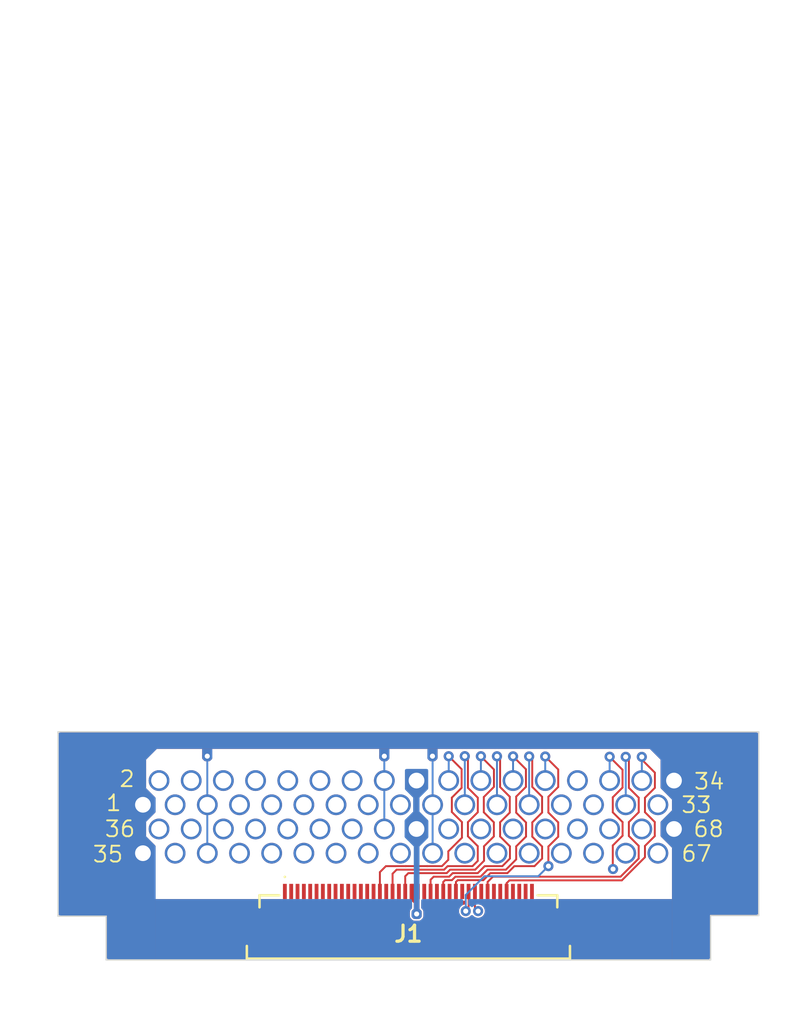
<source format=kicad_pcb>
(kicad_pcb (version 20221018) (generator pcbnew)
  (layers (0 "F.Cu" signal) (31 "B.Cu" signal) (34 "B.Paste" user) (35 "F.Paste" user) (36 "B.SilkS" user "B.Silkscreen") (37 "F.SilkS" user "F.Silkscreen") (38 "B.Mask" user) (39 "F.Mask" user) (44 "Edge.Cuts" user))
  (net 0 "")
  (net 1 "GND")
  (net 3 "CS0")
  (net 4 "SD0")
  (net 5 "SD2")
  (net 6 "SD4")
  (net 7 "SD6")
  (net 12 "SA0")
  (net 13 "SA2")
  (net 15 "+3.5V")
  (net 16 "SA4")
  (net 17 "SA6")
  (net 18 "SA8")
  (net 19 "SA10")
  (net 20 "SA12")
  (net 21 "SA14")
  (net 22 "SA16")
  (net 26 "SRD")
  (net 27 "CS5")
  (net 28 "SYSCK")
  (net 29 "BCK")
  (net 31 "IRQ10")
  (net 33 "SD1")
  (net 34 "SD3")
  (net 35 "SD5")
  (net 36 "SD7")
  (net 41 "SA1")
  (net 42 "SA3")
  (net 44 "SA5")
  (net 45 "SA7")
  (net 46 "SA9")
  (net 47 "SA11")
  (net 48 "SA13")
  (net 49 "SA15")
  (net 54 "SWR0")
  (net 55 "IRQ2")
  (net 56 "LRCK")
  (net 57 "SDAT")
  (net 58 "RST")
  (footprint "62684-402100ALF:62684402100ALF" (layer "F.Cu") (at 149.45 129.85)
    (fp_text reference "J1" (at 0 0.7) (layer "F.SilkS") (effects (font (size 1.27 1.27) (thickness 0.254))))
    (fp_text value "62684-402100ALF" hide)
    (fp_line (start -12.75 1.65) (end -12.75 2.65) (stroke (width 0.2)) (layer "F.SilkS"))
    (fp_line (start -12.75 2.65) (end 12.75 2.65) (stroke (width 0.2)) (layer "F.SilkS"))
    (fp_line (start -11.75 -2.35) (end -11.75 -1.4) (stroke (width 0.2)) (layer "F.SilkS"))
    (fp_line (start -10.2 -2.35) (end -11.75 -2.35) (stroke (width 0.2)) (layer "F.SilkS"))
    (fp_line (start -9.8 -3.8) (end -9.8 -3.8) (stroke (width 0.1)) (layer "F.SilkS"))
    (fp_line (start -9.7 -3.8) (end -9.7 -3.8) (stroke (width 0.1)) (layer "F.SilkS"))
    (fp_line (start 10.2 -2.35) (end 11.75 -2.35) (stroke (width 0.2)) (layer "F.SilkS"))
    (fp_line (start 11.75 -2.35) (end 11.75 -1.4) (stroke (width 0.2)) (layer "F.SilkS"))
    (fp_line (start 12.75 2.65) (end 12.75 1.65) (stroke (width 0.2)) (layer "F.SilkS"))
    (fp_arc (start -9.8 -3.8) (mid -9.75 -3.85) (end -9.7 -3.8) (stroke (width 0.1)) (layer "F.SilkS"))
    (fp_arc (start -9.7 -3.8) (mid -9.75 -3.75) (end -9.8 -3.8) (stroke (width 0.1)) (layer "F.SilkS"))
    (pad "1" smd rect (at -9.75 -2.65) (size 0.3 1.2) (layers "F.Cu" "F.Paste" "F.Mask") (net 58 "RST"))
    (pad "2" smd rect (at -9.25 -2.65) (size 0.3 1.2) (layers "F.Cu" "F.Paste" "F.Mask") (net 31 "IRQ10"))
    (pad "3" smd rect (at -8.75 -2.65) (size 0.3 1.2) (layers "F.Cu" "F.Paste" "F.Mask") (net 3 "CS0"))
    (pad "4" smd rect (at -8.25 -2.65) (size 0.3 1.2) (layers "F.Cu" "F.Paste" "F.Mask") (net 4 "SD0"))
    (pad "5" smd rect (at -7.75 -2.65) (size 0.3 1.2) (layers "F.Cu" "F.Paste" "F.Mask") (net 33 "SD1"))
    (pad "6" smd rect (at -7.25 -2.65) (size 0.3 1.2) (layers "F.Cu" "F.Paste" "F.Mask") (net 5 "SD2"))
    (pad "7" smd rect (at -6.75 -2.65) (size 0.3 1.2) (layers "F.Cu" "F.Paste" "F.Mask") (net 34 "SD3"))
    (pad "8" smd rect (at -6.25 -2.65) (size 0.3 1.2) (layers "F.Cu" "F.Paste" "F.Mask") (net 6 "SD4"))
    (pad "9" smd rect (at -5.75 -2.65) (size 0.3 1.2) (layers "F.Cu" "F.Paste" "F.Mask") (net 35 "SD5"))
    (pad "10" smd rect (at -5.25 -2.65) (size 0.3 1.2) (layers "F.Cu" "F.Paste" "F.Mask") (net 7 "SD6"))
    (pad "11" smd rect (at -4.75 -2.65) (size 0.3 1.2) (layers "F.Cu" "F.Paste" "F.Mask") (net 36 "SD7"))
    (pad "12" smd rect (at -4.25 -2.65) (size 0.3 1.2) (layers "F.Cu" "F.Paste" "F.Mask") (net 12 "SA0"))
    (pad "13" smd rect (at -3.75 -2.65) (size 0.3 1.2) (layers "F.Cu" "F.Paste" "F.Mask") (net 41 "SA1"))
    (pad "14" smd rect (at -3.25 -2.65) (size 0.3 1.2) (layers "F.Cu" "F.Paste" "F.Mask") (net 13 "SA2"))
    (pad "15" smd rect (at -2.75 -2.65) (size 0.3 1.2) (layers "F.Cu" "F.Paste" "F.Mask") (net 42 "SA3"))
    (pad "16" smd rect (at -2.25 -2.65) (size 0.3 1.2) (layers "F.Cu" "F.Paste" "F.Mask") (net 16 "SA4"))
    (pad "17" smd rect (at -1.75 -2.65) (size 0.3 1.2) (layers "F.Cu" "F.Paste" "F.Mask") (net 44 "SA5"))
    (pad "18" smd rect (at -1.25 -2.65) (size 0.3 1.2) (layers "F.Cu" "F.Paste" "F.Mask") (net 17 "SA6"))
    (pad "19" smd rect (at -0.75 -2.65) (size 0.3 1.2) (layers "F.Cu" "F.Paste" "F.Mask") (net 45 "SA7"))
    (pad "20" smd rect (at -0.25 -2.65) (size 0.3 1.2) (layers "F.Cu" "F.Paste" "F.Mask") (net 18 "SA8"))
    (pad "21" smd rect (at 0.25 -2.65) (size 0.3 1.2) (layers "F.Cu" "F.Paste" "F.Mask") (net 15 "+3.5V"))
    (pad "22" smd rect (at 0.75 -2.65) (size 0.3 1.2) (layers "F.Cu" "F.Paste" "F.Mask") (net 15 "+3.5V"))
    (pad "23" smd rect (at 1.25 -2.65) (size 0.3 1.2) (layers "F.Cu" "F.Paste" "F.Mask") (net 46 "SA9"))
    (pad "24" smd rect (at 1.75 -2.65) (size 0.3 1.2) (layers "F.Cu" "F.Paste" "F.Mask") (net 19 "SA10"))
    (pad "25" smd rect (at 2.25 -2.65) (size 0.3 1.2) (layers "F.Cu" "F.Paste" "F.Mask") (net 47 "SA11"))
    (pad "26" smd rect (at 2.75 -2.65) (size 0.3 1.2) (layers "F.Cu" "F.Paste" "F.Mask") (net 20 "SA12"))
    (pad "27" smd rect (at 3.25 -2.65) (size 0.3 1.2) (layers "F.Cu" "F.Paste" "F.Mask") (net 48 "SA13"))
    (pad "28" smd rect (at 3.75 -2.65) (size 0.3 1.2) (layers "F.Cu" "F.Paste" "F.Mask") (net 21 "SA14"))
    (pad "29" smd rect (at 4.25 -2.65) (size 0.3 1.2) (layers "F.Cu" "F.Paste" "F.Mask") (net 49 "SA15"))
    (pad "30" smd rect (at 4.75 -2.65) (size 0.3 1.2) (layers "F.Cu" "F.Paste" "F.Mask") (net 22 "SA16"))
    (pad "31" smd rect (at 5.25 -2.65) (size 0.3 1.2) (layers "F.Cu" "F.Paste" "F.Mask") (net 26 "SRD"))
    (pad "32" smd rect (at 5.75 -2.65) (size 0.3 1.2) (layers "F.Cu" "F.Paste" "F.Mask") (net 54 "SWR0"))
    (pad "33" smd rect (at 6.25 -2.65) (size 0.3 1.2) (layers "F.Cu" "F.Paste" "F.Mask") (net 27 "CS5"))
    (pad "34" smd rect (at 6.75 -2.65) (size 0.3 1.2) (layers "F.Cu" "F.Paste" "F.Mask") (net 55 "IRQ2"))
    (pad "35" smd rect (at 7.25 -2.65) (size 0.3 1.2) (layers "F.Cu" "F.Paste" "F.Mask") (net 1 "GND"))
    (pad "36" smd rect (at 7.75 -2.65) (size 0.3 1.2) (layers "F.Cu" "F.Paste" "F.Mask") (net 28 "SYSCK"))
    (pad "37" smd rect (at 8.25 -2.65) (size 0.3 1.2) (layers "F.Cu" "F.Paste" "F.Mask") (net 1 "GND"))
    (pad "38" smd rect (at 8.75 -2.65) (size 0.3 1.2) (layers "F.Cu" "F.Paste" "F.Mask") (net 56 "LRCK"))
    (pad "39" smd rect (at 9.25 -2.65) (size 0.3 1.2) (layers "F.Cu" "F.Paste" "F.Mask") (net 29 "BCK"))
    (pad "40" smd rect (at 9.75 -2.65) (size 0.3 1.2) (layers "F.Cu" "F.Paste" "F.Mask") (net 57 "SDAT"))
    (pad "MH1" smd rect (at -11.85 0.05) (size 2.4 2.4) (layers "F.Cu" "F.Paste" "F.Mask") (net 1 "GND"))
    (pad "MH2" smd rect (at 11.85 0.05) (size 2.4 2.4) (layers "F.Cu" "F.Paste" "F.Mask") (net 1 "GND"))
  )
  (footprint "Conn_04x17_PSX_PIO:Conn_04x17_PSX_PIO" (layer "F.Cu") (at 150.09 121.31)
    (fp_text reference "U1" hide)
    (fp_text value "Conn_04x17_PSX_PIO")
    (pad "1" thru_hole circle (at -21.59 -0.95) (size 1.64 1.64) (drill 1.24) (layers "*.Cu" "*.Mask") (net 1 "GND"))
    (pad "2" thru_hole circle (at -20.32 -2.86) (size 1.64 1.64) (drill 1.24) (layers "*.Cu" "*.Mask") (net 58 "RST"))
    (pad "3" thru_hole circle (at -19.05 -0.95) (size 1.64 1.64) (drill 1.24) (layers "*.Cu" "*.Mask"))
    (pad "4" thru_hole circle (at -17.78 -2.86) (size 1.64 1.64) (drill 1.24) (layers "*.Cu" "*.Mask") (net 3 "CS0"))
    (pad "5" thru_hole circle (at -16.51 -0.95) (size 1.64 1.64) (drill 1.24) (layers "*.Cu" "*.Mask") (net 1 "GND"))
    (pad "6" thru_hole circle (at -15.24 -2.86) (size 1.64 1.64) (drill 1.24) (layers "*.Cu" "*.Mask") (net 4 "SD0"))
    (pad "7" thru_hole circle (at -13.97 -0.95) (size 1.64 1.64) (drill 1.24) (layers "*.Cu" "*.Mask") (net 5 "SD2"))
    (pad "8" thru_hole circle (at -12.7 -2.86) (size 1.64 1.64) (drill 1.24) (layers "*.Cu" "*.Mask") (net 6 "SD4"))
    (pad "9" thru_hole circle (at -11.43 -0.95) (size 1.64 1.64) (drill 1.24) (layers "*.Cu" "*.Mask") (net 7 "SD6"))
    (pad "10" thru_hole circle (at -10.16 -2.86) (size 1.64 1.64) (drill 1.24) (layers "*.Cu" "*.Mask"))
    (pad "11" thru_hole circle (at -8.89 -0.95) (size 1.64 1.64) (drill 1.24) (layers "*.Cu" "*.Mask"))
    (pad "12" thru_hole circle (at -7.62 -2.86) (size 1.64 1.64) (drill 1.24) (layers "*.Cu" "*.Mask"))
    (pad "13" thru_hole circle (at -6.35 -0.95) (size 1.64 1.64) (drill 1.24) (layers "*.Cu" "*.Mask"))
    (pad "14" thru_hole circle (at -5.08 -2.86) (size 1.64 1.64) (drill 1.24) (layers "*.Cu" "*.Mask") (net 12 "SA0"))
    (pad "15" thru_hole circle (at -3.81 -0.95) (size 1.64 1.64) (drill 1.24) (layers "*.Cu" "*.Mask") (net 13 "SA2"))
    (pad "16" thru_hole circle (at -2.54 -2.86) (size 1.64 1.64) (drill 1.24) (layers "*.Cu" "*.Mask") (net 1 "GND"))
    (pad "17" thru_hole circle (at -1.27 -0.95) (size 1.64 1.64) (drill 1.24) (layers "*.Cu" "*.Mask"))
    (pad "18" thru_hole circle (at 0 -2.86) (size 1.64 1.64) (drill 1.24) (layers "*.Cu" "*.Mask") (net 15 "+3.5V"))
    (pad "19" thru_hole circle (at 1.27 -0.95) (size 1.64 1.64) (drill 1.24) (layers "*.Cu" "*.Mask") (net 1 "GND"))
    (pad "20" thru_hole circle (at 2.54 -2.86) (size 1.64 1.64) (drill 1.24) (layers "*.Cu" "*.Mask") (net 16 "SA4"))
    (pad "21" thru_hole circle (at 3.81 -0.95) (size 1.64 1.64) (drill 1.24) (layers "*.Cu" "*.Mask") (net 17 "SA6"))
    (pad "22" thru_hole circle (at 5.08 -2.86) (size 1.64 1.64) (drill 1.24) (layers "*.Cu" "*.Mask") (net 18 "SA8"))
    (pad "23" thru_hole circle (at 6.35 -0.95) (size 1.64 1.64) (drill 1.24) (layers "*.Cu" "*.Mask") (net 19 "SA10"))
    (pad "24" thru_hole circle (at 7.62 -2.86) (size 1.64 1.64) (drill 1.24) (layers "*.Cu" "*.Mask") (net 20 "SA12"))
    (pad "25" thru_hole circle (at 8.89 -0.95) (size 1.64 1.64) (drill 1.24) (layers "*.Cu" "*.Mask") (net 21 "SA14"))
    (pad "26" thru_hole circle (at 10.16 -2.86) (size 1.64 1.64) (drill 1.24) (layers "*.Cu" "*.Mask") (net 22 "SA16"))
    (pad "27" thru_hole circle (at 11.43 -0.95) (size 1.64 1.64) (drill 1.24) (layers "*.Cu" "*.Mask"))
    (pad "28" thru_hole circle (at 12.7 -2.86) (size 1.64 1.64) (drill 1.24) (layers "*.Cu" "*.Mask"))
    (pad "29" thru_hole circle (at 13.97 -0.95) (size 1.64 1.64) (drill 1.24) (layers "*.Cu" "*.Mask"))
    (pad "30" thru_hole circle (at 15.24 -2.86) (size 1.64 1.64) (drill 1.24) (layers "*.Cu" "*.Mask") (net 26 "SRD"))
    (pad "31" thru_hole circle (at 16.51 -0.95) (size 1.64 1.64) (drill 1.24) (layers "*.Cu" "*.Mask") (net 27 "CS5"))
    (pad "32" thru_hole circle (at 17.78 -2.86) (size 1.64 1.64) (drill 1.24) (layers "*.Cu" "*.Mask") (net 28 "SYSCK"))
    (pad "33" thru_hole circle (at 19.05 -0.95) (size 1.64 1.64) (drill 1.24) (layers "*.Cu" "*.Mask") (net 29 "BCK"))
    (pad "34" thru_hole circle (at 20.32 -2.86) (size 1.64 1.64) (drill 1.24) (layers "*.Cu" "*.Mask") (net 1 "GND"))
    (pad "35" thru_hole circle (at -21.59 2.87) (size 1.64 1.64) (drill 1.24) (layers "*.Cu" "*.Mask") (net 1 "GND"))
    (pad "36" thru_hole circle (at -20.32 0.96) (size 1.64 1.64) (drill 1.24) (layers "*.Cu" "*.Mask"))
    (pad "37" thru_hole circle (at -19.05 2.87) (size 1.64 1.64) (drill 1.24) (layers "*.Cu" "*.Mask") (net 31 "IRQ10"))
    (pad "38" thru_hole circle (at -17.78 0.96) (size 1.64 1.64) (drill 1.24) (layers "*.Cu" "*.Mask"))
    (pad "39" thru_hole circle (at -16.51 2.87) (size 1.64 1.64) (drill 1.24) (layers "*.Cu" "*.Mask") (net 1 "GND"))
    (pad "40" thru_hole circle (at -15.24 0.96) (size 1.64 1.64) (drill 1.24) (layers "*.Cu" "*.Mask") (net 33 "SD1"))
    (pad "41" thru_hole circle (at -13.97 2.87) (size 1.64 1.64) (drill 1.24) (layers "*.Cu" "*.Mask") (net 34 "SD3"))
    (pad "42" thru_hole circle (at -12.7 0.96) (size 1.64 1.64) (drill 1.24) (layers "*.Cu" "*.Mask") (net 35 "SD5"))
    (pad "43" thru_hole circle (at -11.43 2.87) (size 1.64 1.64) (drill 1.24) (layers "*.Cu" "*.Mask") (net 36 "SD7"))
    (pad "44" thru_hole circle (at -10.16 0.96) (size 1.64 1.64) (drill 1.24) (layers "*.Cu" "*.Mask"))
    (pad "45" thru_hole circle (at -8.89 2.87) (size 1.64 1.64) (drill 1.24) (layers "*.Cu" "*.Mask"))
    (pad "46" thru_hole circle (at -7.62 0.96) (size 1.64 1.64) (drill 1.24) (layers "*.Cu" "*.Mask"))
    (pad "47" thru_hole circle (at -6.35 2.87) (size 1.64 1.64) (drill 1.24) (layers "*.Cu" "*.Mask"))
    (pad "48" thru_hole circle (at -5.08 0.96) (size 1.64 1.64) (drill 1.24) (layers "*.Cu" "*.Mask") (net 41 "SA1"))
    (pad "49" thru_hole circle (at -3.81 2.87) (size 1.64 1.64) (drill 1.24) (layers "*.Cu" "*.Mask") (net 42 "SA3"))
    (pad "50" thru_hole circle (at -2.54 0.96) (size 1.64 1.64) (drill 1.24) (layers "*.Cu" "*.Mask") (net 1 "GND"))
    (pad "51" thru_hole circle (at -1.27 2.87) (size 1.64 1.64) (drill 1.24) (layers "*.Cu" "*.Mask"))
    (pad "52" thru_hole circle (at 0 0.96) (size 1.64 1.64) (drill 1.24) (layers "*.Cu" "*.Mask") (net 15 "+3.5V"))
    (pad "53" thru_hole circle (at 1.27 2.87) (size 1.64 1.64) (drill 1.24) (layers "*.Cu" "*.Mask") (net 1 "GND"))
    (pad "54" thru_hole circle (at 2.54 0.96) (size 1.64 1.64) (drill 1.24) (layers "*.Cu" "*.Mask") (net 44 "SA5"))
    (pad "55" thru_hole circle (at 3.81 2.87) (size 1.64 1.64) (drill 1.24) (layers "*.Cu" "*.Mask") (net 45 "SA7"))
    (pad "56" thru_hole circle (at 5.08 0.96) (size 1.64 1.64) (drill 1.24) (layers "*.Cu" "*.Mask") (net 46 "SA9"))
    (pad "57" thru_hole circle (at 6.35 2.87) (size 1.64 1.64) (drill 1.24) (layers "*.Cu" "*.Mask") (net 47 "SA11"))
    (pad "58" thru_hole circle (at 7.62 0.96) (size 1.64 1.64) (drill 1.24) (layers "*.Cu" "*.Mask") (net 48 "SA13"))
    (pad "59" thru_hole circle (at 8.89 2.87) (size 1.64 1.64) (drill 1.24) (layers "*.Cu" "*.Mask") (net 49 "SA15"))
    (pad "60" thru_hole circle (at 10.16 0.96) (size 1.64 1.64) (drill 1.24) (layers "*.Cu" "*.Mask"))
    (pad "61" thru_hole circle (at 11.43 2.87) (size 1.64 1.64) (drill 1.24) (layers "*.Cu" "*.Mask"))
    (pad "62" thru_hole circle (at 12.7 0.96) (size 1.64 1.64) (drill 1.24) (layers "*.Cu" "*.Mask"))
    (pad "63" thru_hole circle (at 13.97 2.87) (size 1.64 1.64) (drill 1.24) (layers "*.Cu" "*.Mask"))
    (pad "64" thru_hole circle (at 15.24 0.96) (size 1.64 1.64) (drill 1.24) (layers "*.Cu" "*.Mask") (net 54 "SWR0"))
    (pad "65" thru_hole circle (at 16.51 2.87) (size 1.64 1.64) (drill 1.24) (layers "*.Cu" "*.Mask") (net 55 "IRQ2"))
    (pad "66" thru_hole circle (at 17.78 0.96) (size 1.64 1.64) (drill 1.24) (layers "*.Cu" "*.Mask") (net 56 "LRCK"))
    (pad "67" thru_hole circle (at 19.05 2.87) (size 1.64 1.64) (drill 1.24) (layers "*.Cu" "*.Mask") (net 57 "SDAT"))
    (pad "68" thru_hole circle (at 20.32 0.96) (size 1.64 1.64) (drill 1.24) (layers "*.Cu" "*.Mask") (net 1 "GND"))
  )
  (gr_line (start 177.1 114.6) (end 121.8 114.6) (stroke (width 0.1)) (layer "Edge.Cuts"))
  (gr_line (start 121.8 114.6) (end 121.8 129.15) (stroke (width 0.1)) (layer "Edge.Cuts"))
  (gr_line (start 173.3 129.1) (end 177.1 129.1) (stroke (width 0.1)) (layer "Edge.Cuts"))
  (gr_line (start 125.6 132.6) (end 173.3 132.6) (stroke (width 0.1)) (layer "Edge.Cuts"))
  (gr_line (start 121.8 129.15) (end 125.6 129.15) (stroke (width 0.1)) (layer "Edge.Cuts"))
  (gr_line (start 173.3 132.6) (end 173.3 129.1) (stroke (width 0.1)) (layer "Edge.Cuts"))
  (gr_line (start 125.6 129.15) (end 125.6 132.6) (stroke (width 0.1)) (layer "Edge.Cuts"))
  (gr_line (start 177.1 129.1) (end 177.1 114.6) (stroke (width 0.1)) (layer "Edge.Cuts"))
  (gr_text "67" (at 170.9 124.95) (layer "F.SilkS") (effects (font (size 1.25 1.25)) (justify left bottom)))
  (gr_text "36" (at 125.4 123) (layer "F.SilkS") (effects (font (size 1.25 1.25)) (justify left bottom)))
  (gr_text "33" (at 170.9 121.1) (layer "F.SilkS") (effects (font (size 1.25 1.25)) (justify left bottom)))
  (gr_text "2" (at 126.55 119.05) (layer "F.SilkS") (effects (font (size 1.25 1.25)) (justify left bottom)))
  (gr_text "35" (at 124.45 125) (layer "F.SilkS") (effects (font (size 1.25 1.25)) (justify left bottom)))
  (gr_text "68" (at 171.85 123) (layer "F.SilkS") (effects (font (size 1.25 1.25)) (justify left bottom)))
  (gr_text "34" (at 171.9 119.25) (layer "F.SilkS") (effects (font (size 1.25 1.25)) (justify left bottom)))
  (gr_text "1" (at 125.5 120.95) (layer "F.SilkS") (effects (font (size 1.25 1.25)) (justify left bottom)))
  (via (at 133.575 116.525) (size 0.8) (drill 0.4) (layers "F.Cu" "B.Cu") (net 1))
  (via (at 147.55 116.525) (size 0.8) (drill 0.4) (layers "F.Cu" "B.Cu") (net 1))
  (via (at 151.35 116.525) (size 0.8) (drill 0.4) (layers "F.Cu" "B.Cu") (net 1))
  (segment (start 133.58 120.36) (end 133.58 116.53) (width 0.15) (layer "B.Cu") (net 1))
  (segment (start 133.58 116.53) (end 133.575 116.525) (width 0.15) (layer "B.Cu") (net 1))
  (segment (start 133.58 120.36) (end 133.58 124.18) (width 0.15) (layer "B.Cu") (net 1))
  (segment (start 151.36 120.36) (end 151.36 124.18) (width 0.15) (layer "B.Cu") (net 1))
  (segment (start 147.55 118.45) (end 147.55 122.27) (width 0.15) (layer "B.Cu") (net 1))
  (segment (start 151.36 120.36) (end 151.36 116.535) (width 0.15) (layer "B.Cu") (net 1))
  (segment (start 151.36 116.535) (end 151.35 116.525) (width 0.15) (layer "B.Cu") (net 1))
  (segment (start 147.55 116.525) (end 147.55 118.45) (width 0.15) (layer "B.Cu") (net 1))
  (via (at 150.1 128.975) (size 0.8) (drill 0.4) (layers "F.Cu" "B.Cu") (net 15))
  (segment (start 152.63 116.53) (end 153.65 117.55) (width 0.15) (layer "F.Cu") (net 16))
  (segment (start 153.675 122.959673) (end 152.6 124.034673) (width 0.15) (layer "F.Cu") (net 16))
  (segment (start 152.878 120.928) (end 153.675 121.725) (width 0.15) (layer "F.Cu") (net 16))
  (segment (start 150.934673 125.2) (end 149.245327 125.2) (width 0.15) (layer "F.Cu") (net 16))
  (segment (start 153.65 119.025) (end 152.878 119.797) (width 0.15) (layer "F.Cu") (net 16))
  (segment (start 147.2 125.675) (end 147.2 127.2) (width 0.15) (layer "F.Cu") (net 16))
  (segment (start 149.245327 125.2) (end 149.243327 125.202) (width 0.15) (layer "F.Cu") (net 16))
  (segment (start 152.878 119.797) (end 152.878 120.928) (width 0.15) (layer "F.Cu") (net 16))
  (segment (start 149.243327 125.202) (end 147.673 125.202) (width 0.15) (layer "F.Cu") (net 16))
  (segment (start 152.098 125.202) (end 150.936673 125.202) (width 0.15) (layer "F.Cu") (net 16))
  (segment (start 150.936673 125.202) (end 150.934673 125.2) (width 0.15) (layer "F.Cu") (net 16))
  (segment (start 152.6 124.7) (end 152.098 125.202) (width 0.15) (layer "F.Cu") (net 16))
  (segment (start 153.65 117.55) (end 153.65 119.025) (width 0.15) (layer "F.Cu") (net 16))
  (segment (start 153.675 121.725) (end 153.675 122.959673) (width 0.15) (layer "F.Cu") (net 16))
  (segment (start 147.673 125.202) (end 147.2 125.675) (width 0.15) (layer "F.Cu") (net 16))
  (segment (start 152.6 124.034673) (end 152.6 124.7) (width 0.15) (layer "F.Cu") (net 16))
  (via (at 152.63 116.53) (size 0.8) (drill 0.4) (layers "F.Cu" "B.Cu") (net 16))
  (segment (start 152.63 116.53) (end 152.63 118.45) (width 0.15) (layer "B.Cu") (net 16))
  (segment (start 153.9 116.525) (end 154.148 116.773) (width 0.15) (layer "F.Cu") (net 17))
  (segment (start 154.922 124.7905) (end 154.5105 125.202) (width 0.15) (layer "F.Cu") (net 17))
  (segment (start 154.5105 125.202) (end 152.548 125.202) (width 0.15) (layer "F.Cu") (net 17))
  (segment (start 154.148 121.727) (end 154.148 122.848) (width 0.15) (layer "F.Cu") (net 17))
  (segment (start 152.548 125.202) (end 152.271 125.479) (width 0.15) (layer "F.Cu") (net 17))
  (segment (start 154.148 122.848) (end 154.922 123.622) (width 0.15) (layer "F.Cu") (net 17))
  (segment (start 154.922 123.622) (end 154.922 124.7905) (width 0.15) (layer "F.Cu") (net 17))
  (segment (start 148.2 125.8) (end 148.2 127.2) (width 0.15) (layer "F.Cu") (net 17))
  (segment (start 154.148 119.023) (end 154.925 119.8) (width 0.15) (layer "F.Cu") (net 17))
  (segment (start 154.925 119.8) (end 154.925 120.95) (width 0.15) (layer "F.Cu") (net 17))
  (segment (start 154.925 120.95) (end 154.148 121.727) (width 0.15) (layer "F.Cu") (net 17))
  (segment (start 152.271 125.479) (end 148.521 125.479) (width 0.15) (layer "F.Cu") (net 17))
  (segment (start 148.521 125.479) (end 148.2 125.8) (width 0.15) (layer "F.Cu") (net 17))
  (segment (start 154.148 116.773) (end 154.148 119.023) (width 0.15) (layer "F.Cu") (net 17))
  (via (at 153.9 116.525) (size 0.8) (drill 0.4) (layers "F.Cu" "B.Cu") (net 17))
  (segment (start 153.9 120.36) (end 153.9 116.525) (width 0.15) (layer "B.Cu") (net 17))
  (segment (start 155.4 120.95) (end 156.192 121.742) (width 0.15) (layer "F.Cu") (net 18))
  (segment (start 156.2 118.95) (end 155.4 119.75) (width 0.15) (layer "F.Cu") (net 18))
  (segment (start 155.418 124.782) (end 154.721 125.479) (width 0.15) (layer "F.Cu") (net 18))
  (segment (start 156.192 122.858) (end 155.418 123.632) (width 0.15) (layer "F.Cu") (net 18))
  (segment (start 156.192 121.742) (end 156.192 122.858) (width 0.15) (layer "F.Cu") (net 18))
  (segment (start 155.418 123.632) (end 155.418 124.782) (width 0.15) (layer "F.Cu") (net 18))
  (segment (start 149.2 126) (end 149.2 127.2) (width 0.15) (layer "F.Cu") (net 18))
  (segment (start 149.444 125.756) (end 149.2 126) (width 0.15) (layer "F.Cu") (net 18))
  (segment (start 155.17 116.53) (end 155.17 116.545) (width 0.15) (layer "F.Cu") (net 18))
  (segment (start 155.4 119.75) (end 155.4 120.95) (width 0.15) (layer "F.Cu") (net 18))
  (segment (start 152.746 125.479) (end 152.469 125.756) (width 0.15) (layer "F.Cu") (net 18))
  (segment (start 155.17 116.545) (end 156.2 117.575) (width 0.15) (layer "F.Cu") (net 18))
  (segment (start 152.469 125.756) (end 149.444 125.756) (width 0.15) (layer "F.Cu") (net 18))
  (segment (start 154.721 125.479) (end 152.746 125.479) (width 0.15) (layer "F.Cu") (net 18))
  (segment (start 156.2 117.575) (end 156.2 118.95) (width 0.15) (layer "F.Cu") (net 18))
  (via (at 155.17 116.53) (size 0.8) (drill 0.4) (layers "F.Cu" "B.Cu") (net 18))
  (segment (start 155.17 116.53) (end 155.17 118.45) (width 0.15) (layer "B.Cu") (net 18))
  (segment (start 156.863327 125.202) (end 155.473 125.202) (width 0.15) (layer "F.Cu") (net 19))
  (segment (start 152.667 126.033) (end 151.442 126.033) (width 0.15) (layer "F.Cu") (net 19))
  (segment (start 156.688 118.963) (end 157.45 119.725) (width 0.15) (layer "F.Cu") (net 19))
  (segment (start 156.44 116.535) (end 156.688 116.783) (width 0.15) (layer "F.Cu") (net 19))
  (segment (start 154.919 125.756) (end 152.944 125.756) (width 0.15) (layer "F.Cu") (net 19))
  (segment (start 157.462 123.637) (end 157.462 124.603327) (width 0.15) (layer "F.Cu") (net 19))
  (segment (start 157.462 124.603327) (end 156.863327 125.202) (width 0.15) (layer "F.Cu") (net 19))
  (segment (start 156.688 121.737) (end 156.688 122.863) (width 0.15) (layer "F.Cu") (net 19))
  (segment (start 157.45 120.975) (end 156.688 121.737) (width 0.15) (layer "F.Cu") (net 19))
  (segment (start 156.688 122.863) (end 157.462 123.637) (width 0.15) (layer "F.Cu") (net 19))
  (segment (start 151.442 126.033) (end 151.2 126.275) (width 0.15) (layer "F.Cu") (net 19))
  (segment (start 151.2 126.275) (end 151.2 127.2) (width 0.15) (layer "F.Cu") (net 19))
  (segment (start 156.688 116.783) (end 156.688 118.963) (width 0.15) (layer "F.Cu") (net 19))
  (segment (start 152.944 125.756) (end 152.667 126.033) (width 0.15) (layer "F.Cu") (net 19))
  (segment (start 155.473 125.202) (end 154.919 125.756) (width 0.15) (layer "F.Cu") (net 19))
  (segment (start 157.45 119.725) (end 157.45 120.975) (width 0.15) (layer "F.Cu") (net 19))
  (via (at 156.44 116.535) (size 0.8) (drill 0.4) (layers "F.Cu" "B.Cu") (net 19))
  (segment (start 156.44 116.535) (end 156.44 120.36) (width 0.15) (layer "B.Cu") (net 19))
  (segment (start 157.958 120.983) (end 158.732 121.757) (width 0.15) (layer "F.Cu") (net 20))
  (segment (start 158.725 117.555) (end 158.725 118.947336) (width 0.15) (layer "F.Cu") (net 20))
  (segment (start 157.71 116.54) (end 158.725 117.555) (width 0.15) (layer "F.Cu") (net 20))
  (segment (start 157.146 125.479) (end 155.696 125.479) (width 0.15) (layer "F.Cu") (net 20))
  (segment (start 153.158948 126.033) (end 152.881948 126.31) (width 0.15) (layer "F.Cu") (net 20))
  (segment (start 157.958 119.714336) (end 157.958 120.983) (width 0.15) (layer "F.Cu") (net 20))
  (segment (start 155.142 126.033) (end 153.158948 126.033) (width 0.15) (layer "F.Cu") (net 20))
  (segment (start 158.732 122.868) (end 157.958 123.642) (width 0.15) (layer "F.Cu") (net 20))
  (segment (start 152.2 126.45) (end 152.2 127.2) (width 0.15) (layer "F.Cu") (net 20))
  (segment (start 155.696 125.479) (end 155.142 126.033) (width 0.15) (layer "F.Cu") (net 20))
  (segment (start 157.958 124.667) (end 157.146 125.479) (width 0.15) (layer "F.Cu") (net 20))
  (segment (start 152.881948 126.31) (end 152.34 126.31) (width 0.15) (layer "F.Cu") (net 20))
  (segment (start 158.725 118.947336) (end 157.958 119.714336) (width 0.15) (layer "F.Cu") (net 20))
  (segment (start 157.958 123.642) (end 157.958 124.667) (width 0.15) (layer "F.Cu") (net 20))
  (segment (start 152.34 126.31) (end 152.2 126.45) (width 0.15) (layer "F.Cu") (net 20))
  (segment (start 158.732 121.757) (end 158.732 122.868) (width 0.15) (layer "F.Cu") (net 20))
  (via (at 157.71 116.54) (size 0.8) (drill 0.4) (layers "F.Cu" "B.Cu") (net 20))
  (segment (start 157.71 116.54) (end 157.71 118.45) (width 0.15) (layer "B.Cu") (net 20))
  (segment (start 158.98 116.545) (end 159.225 116.79) (width 0.15) (layer "F.Cu") (net 21))
  (segment (start 160 119.725) (end 160 120.975) (width 0.15) (layer "F.Cu") (net 21))
  (segment (start 159.228 121.747) (end 159.228 122.878) (width 0.15) (layer "F.Cu") (net 21))
  (segment (start 157.814737 125.202) (end 157.260737 125.756) (width 0.15) (layer "F.Cu") (net 21))
  (segment (start 159.403327 125.202) (end 157.814737 125.202) (width 0.15) (layer "F.Cu") (net 21))
  (segment (start 153.2 126.45) (end 153.2 127.2) (width 0.15) (layer "F.Cu") (net 21))
  (segment (start 160.002 124.603327) (end 159.403327 125.202) (width 0.15) (layer "F.Cu") (net 21))
  (segment (start 157.260737 125.756) (end 155.919 125.756) (width 0.15) (layer "F.Cu") (net 21))
  (segment (start 155.919 125.756) (end 155.365 126.31) (width 0.15) (layer "F.Cu") (net 21))
  (segment (start 160 120.975) (end 159.228 121.747) (width 0.15) (layer "F.Cu") (net 21))
  (segment (start 153.34 126.31) (end 153.2 126.45) (width 0.15) (layer "F.Cu") (net 21))
  (segment (start 159.225 116.79) (end 159.225 118.95) (width 0.15) (layer "F.Cu") (net 21))
  (segment (start 159.225 118.95) (end 160 119.725) (width 0.15) (layer "F.Cu") (net 21))
  (segment (start 159.228 122.878) (end 160.002 123.652) (width 0.15) (layer "F.Cu") (net 21))
  (segment (start 155.365 126.31) (end 153.34 126.31) (width 0.15) (layer "F.Cu") (net 21))
  (segment (start 160.002 123.652) (end 160.002 124.603327) (width 0.15) (layer "F.Cu") (net 21))
  (via (at 158.98 116.545) (size 0.8) (drill 0.4) (layers "F.Cu" "B.Cu") (net 21))
  (segment (start 158.98 116.545) (end 158.98 120.36) (width 0.15) (layer "B.Cu") (net 21))
  (segment (start 153.975 128.75) (end 154.2 128.525) (width 0.15) (layer "F.Cu") (net 22))
  (segment (start 154.2 128.525) (end 154.2 127.2) (width 0.15) (layer "F.Cu") (net 22))
  (segment (start 160.498 125.198) (end 160.498 123.652) (width 0.15) (layer "F.Cu") (net 22))
  (segment (start 160.498 119.727) (end 161.275 118.95) (width 0.15) (layer "F.Cu") (net 22))
  (segment (start 161.275 117.575) (end 160.25 116.55) (width 0.15) (layer "F.Cu") (net 22))
  (segment (start 161.275 121.75) (end 160.498 120.973) (width 0.15) (layer "F.Cu") (net 22))
  (segment (start 160.498 123.652) (end 161.275 122.875) (width 0.15) (layer "F.Cu") (net 22))
  (segment (start 161.275 118.95) (end 161.275 117.575) (width 0.15) (layer "F.Cu") (net 22))
  (segment (start 161.275 122.875) (end 161.275 121.75) (width 0.15) (layer "F.Cu") (net 22))
  (segment (start 160.5 125.2) (end 160.498 125.198) (width 0.15) (layer "F.Cu") (net 22))
  (segment (start 160.498 120.973) (end 160.498 119.727) (width 0.15) (layer "F.Cu") (net 22))
  (via (at 153.975 128.75) (size 0.8) (drill 0.4) (layers "F.Cu" "B.Cu") (net 22))
  (via (at 160.5 125.2) (size 0.8) (drill 0.4) (layers "F.Cu" "B.Cu") (net 22))
  (via (at 160.25 116.55) (size 0.8) (drill 0.4) (layers "F.Cu" "B.Cu") (net 22))
  (segment (start 153.975 127.475) (end 153.975 128.75) (width 0.15) (layer "B.Cu") (net 22))
  (segment (start 159.7 126) (end 155.45 126) (width 0.15) (layer "B.Cu") (net 22))
  (segment (start 160.25 116.55) (end 160.25 118.45) (width 0.15) (layer "B.Cu") (net 22))
  (segment (start 155.45 126) (end 153.975 127.475) (width 0.15) (layer "B.Cu") (net 22))
  (segment (start 160.5 125.2) (end 159.7 126) (width 0.15) (layer "B.Cu") (net 22))
  (segment (start 165.578 119.772) (end 166.35 119) (width 0.15) (layer "F.Cu") (net 26))
  (segment (start 154.95 128.75) (end 154.7 128.5) (width 0.15) (layer "F.Cu") (net 26))
  (segment (start 154.7 128.5) (end 154.7 127.2) (width 0.15) (layer "F.Cu") (net 26))
  (segment (start 165.578 125.4095) (end 165.578 123.572) (width 0.15) (layer "F.Cu") (net 26))
  (segment (start 166.352 121.727) (end 165.578 120.953) (width 0.15) (layer "F.Cu") (net 26))
  (segment (start 166.35 117.6) (end 165.33 116.58) (width 0.15) (layer "F.Cu") (net 26))
  (segment (start 165.578 120.953) (end 165.578 119.772) (width 0.15) (layer "F.Cu") (net 26))
  (segment (start 165.33 116.58) (end 165.33 116.57) (width 0.15) (layer "F.Cu") (net 26))
  (segment (start 166.35 119) (end 166.35 117.6) (width 0.15) (layer "F.Cu") (net 26))
  (segment (start 165.6 125.4315) (end 165.578 125.4095) (width 0.15) (layer "F.Cu") (net 26))
  (segment (start 165.578 123.572) (end 166.352 122.798) (width 0.15) (layer "F.Cu") (net 26))
  (segment (start 166.352 122.798) (end 166.352 121.727) (width 0.15) (layer "F.Cu") (net 26))
  (via (at 165.33 116.57) (size 0.8) (drill 0.4) (layers "F.Cu" "B.Cu") (net 26))
  (via (at 154.95 128.75) (size 0.8) (drill 0.4) (layers "F.Cu" "B.Cu") (net 26))
  (via (at 165.6 125.4315) (size 0.8) (drill 0.4) (layers "F.Cu" "B.Cu") (net 26))
  (segment (start 165.33 116.57) (end 165.33 118.45) (width 0.15) (layer "B.Cu") (net 26))
  (segment (start 156.117 126.033) (end 155.7 126.45) (width 0.15) (layer "F.Cu") (net 27))
  (segment (start 166.85 118.024673) (end 166.848 118.026673) (width 0.15) (layer "F.Cu") (net 27))
  (segment (start 167.625 119.8) (end 167.625 120.95) (width 0.15) (layer "F.Cu") (net 27))
  (segment (start 166.192 126.033) (end 156.117 126.033) (width 0.15) (layer "F.Cu") (net 27))
  (segment (start 166.848 118.026673) (end 166.848 119.023) (width 0.15) (layer "F.Cu") (net 27))
  (segment (start 166.848 121.727) (end 166.848 122.823) (width 0.15) (layer "F.Cu") (net 27))
  (segment (start 167.625 120.95) (end 166.848 121.727) (width 0.15) (layer "F.Cu") (net 27))
  (segment (start 166.848 122.823) (end 167.622 123.597) (width 0.15) (layer "F.Cu") (net 27))
  (segment (start 167.622 123.597) (end 167.622 124.603) (width 0.15) (layer "F.Cu") (net 27))
  (segment (start 166.85 116.825) (end 166.85 118.024673) (width 0.15) (layer "F.Cu") (net 27))
  (segment (start 167.622 124.603) (end 166.192 126.033) (width 0.15) (layer "F.Cu") (net 27))
  (segment (start 155.7 126.45) (end 155.7 127.2) (width 0.15) (layer "F.Cu") (net 27))
  (segment (start 166.848 119.023) (end 167.625 119.8) (width 0.15) (layer "F.Cu") (net 27))
  (segment (start 166.6 116.575) (end 166.85 116.825) (width 0.15) (layer "F.Cu") (net 27))
  (via (at 166.6 116.575) (size 0.8) (drill 0.4) (layers "F.Cu" "B.Cu") (net 27))
  (segment (start 166.6 116.575) (end 166.6 120.36) (width 0.15) (layer "B.Cu") (net 27))
  (segment (start 167.87 116.795) (end 168.9 117.825) (width 0.15) (layer "F.Cu") (net 28))
  (segment (start 168.9 119.025) (end 168.118 119.807) (width 0.15) (layer "F.Cu") (net 28))
  (segment (start 168.892 121.717) (end 168.892 122.833) (width 0.15) (layer "F.Cu") (net 28))
  (segment (start 168.9 117.825) (end 168.9 119.025) (width 0.15) (layer "F.Cu") (net 28))
  (segment (start 166.291738 126.325) (end 157.425 126.325) (width 0.15) (layer "F.Cu") (net 28))
  (segment (start 157.425 126.325) (end 157.2 126.55) (width 0.15) (layer "F.Cu") (net 28))
  (segment (start 168.892 122.833) (end 168.118 123.607) (width 0.15) (layer "F.Cu") (net 28))
  (segment (start 168.118 120.943) (end 168.892 121.717) (width 0.15) (layer "F.Cu") (net 28))
  (segment (start 167.87 116.58) (end 167.87 116.795) (width 0.15) (layer "F.Cu") (net 28))
  (segment (start 168.118 119.807) (end 168.118 120.943) (width 0.15) (layer "F.Cu") (net 28))
  (segment (start 157.2 126.55) (end 157.2 127.2) (width 0.15) (layer "F.Cu") (net 28))
  (segment (start 168.118 124.498738) (end 166.291738 126.325) (width 0.15) (layer "F.Cu") (net 28))
  (segment (start 168.118 123.607) (end 168.118 124.498738) (width 0.15) (layer "F.Cu") (net 28))
  (via (at 167.87 116.58) (size 0.8) (drill 0.4) (layers "F.Cu" "B.Cu") (net 28))
  (segment (start 167.87 116.58) (end 167.87 118.45) (width 0.15) (layer "B.Cu") (net 28))
  (zone (net 15) (net_name "+3.5V") (layer "F.Cu") (priority 6) (connect_pads yes (clearance 0.127)) (min_thickness 0.25) (fill yes (thermal_gap 0.5) (thermal_bridge_width 0.5))
    (polygon (pts (xy 150.325 128.575) (xy 150.5 128.75) (xy 150.5 129.2) (xy 150.325 129.375) (xy 149.875 129.375) (xy 149.7 129.2) (xy 149.7 128.75) (xy 149.875 128.575) (xy 149.875 128.125) (xy 149.55 127.8) (xy 149.55 126.6) (xy 150.325 126.6)))
  )
  (zone (net 1) (net_name "GND") (layers "F&B.Cu") (name "gnd_keepout") (priority 3) (connect_pads yes (clearance 0)) (min_thickness 0.25) (fill yes (thermal_gap 0.5) (thermal_bridge_width 0.5))
    (polygon (pts (xy 147.15 115.95) (xy 147.15 116.725) (xy 147.35 116.925) (xy 147.75 116.925) (xy 147.95 116.725) (xy 147.95 115.95)))
  )
  (zone (net 1) (net_name "GND") (layers "F&B.Cu") (name "gnd_keepout") (priority 2) (connect_pads yes (clearance 0)) (min_thickness 0.25) (fill yes (thermal_gap 0.5) (thermal_bridge_width 0.5))
    (polygon (pts (xy 129.5 127.8) (xy 129.5 132.55) (xy 170.25 132.55) (xy 170.25 127.8)))
  )
  (zone (net 1) (net_name "GND") (layers "F&B.Cu") (name "gnd_keepout") (priority 3) (connect_pads yes (clearance 0)) (min_thickness 0.25) (fill yes (thermal_gap 0.5) (thermal_bridge_width 0.5))
    (polygon (pts (xy 150.95 115.95) (xy 150.95 116.725) (xy 151.15 116.925) (xy 151.55 116.925) (xy 151.75 116.725) (xy 151.75 115.95)))
  )
  (zone (net 1) (net_name "GND") (layers "F&B.Cu") (name "gnd_keepout") (connect_pads yes (clearance 0)) (min_thickness 0.25) (fill yes (thermal_gap 0.5) (thermal_bridge_width 0.5))
    (polygon (pts (xy 125.65 132.55) (xy 129.5 132.55) (xy 129.5 123.6) (xy 128.75 122.85) (xy 128.75 121.7) (xy 129.5 120.95) (xy 129.5 119.8) (xy 128.75 119.05) (xy 128.75 116.8) (xy 129.6 115.95) (xy 168.5 115.95) (xy 169.35 116.8) (xy 169.35 119.05) (xy 170.25 119.95) (xy 170.25 120.8) (xy 169.35 121.7) (xy 169.35 122.85) (xy 170.25 123.75) (xy 170.25 132.55) (xy 173.25 132.55) (xy 173.25 129.05) (xy 177.05 129.05) (xy 177.05 114.65) (xy 121.85 114.65) (xy 121.85 129.1) (xy 125.65 129.1)))
  )
  (zone (net 1) (net_name "GND") (layers "F&B.Cu") (name "gnd_keepout") (priority 3) (connect_pads yes (clearance 0)) (min_thickness 0.25) (fill yes (thermal_gap 0.5) (thermal_bridge_width 0.5))
    (polygon (pts (xy 133.175 115.95) (xy 133.175 116.725) (xy 133.375 116.925) (xy 133.775 116.925) (xy 133.975 116.725) (xy 133.975 115.95)))
  )
  (zone (net 15) (net_name "+3.5V") (layer "B.Cu") (name "gnd_keepout") (priority 4) (connect_pads yes (clearance 0)) (min_thickness 0.25) (fill yes (thermal_gap 0.5) (thermal_bridge_width 0.5))
    (polygon (pts (xy 149.875 128.575) (xy 149.7 128.75) (xy 149.7 129.2) (xy 149.875 129.375) (xy 150.325 129.375) (xy 150.5 129.2) (xy 150.5 128.75) (xy 150.325 128.575) (xy 150.325 123.65) (xy 151.025 122.95) (xy 151.025 121.6) (xy 150.325 120.9) (xy 150.325 119.8) (xy 151.015 119.11) (xy 151.015 117.53) (xy 149.175 117.53) (xy 149.175 119.15) (xy 149.825 119.8) (xy 149.825 120.9) (xy 149.15 121.575) (xy 149.15 122.925) (xy 149.875 123.65)))
  )
)
</source>
